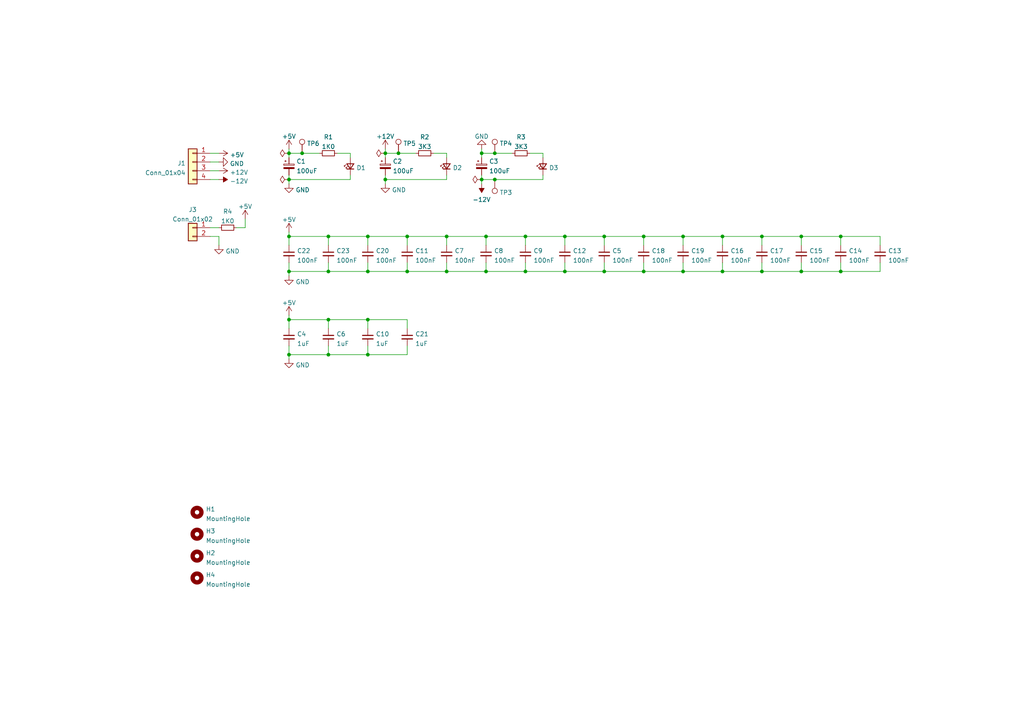
<source format=kicad_sch>
(kicad_sch (version 20211123) (generator eeschema)
  (paper "A4")
  (lib_symbols
    (symbol "Connector:TestPoint" (pin_numbers hide) (pin_names (offset 0.762) hide)
      (property "Reference" "TP" (at 0 6.858 0))
      (property "Value" "TestPoint" (at 0 5.08 0))
      (symbol "TestPoint_0_1"
        (circle (center 0 3.302) (radius 0.762))
      )
      (symbol "TestPoint_1_1"
        (pin passive line (at 0 0 90) (length 2.54) (name "1") (number "1"))
      )
    )
    (symbol "Connector_Generic:Conn_01x02" (pin_names (offset 1.016) hide)
      (property "Reference" "J" (at 0 2.54 0))
      (property "Value" "Conn_01x02" (at 0 -5.08 0))
      (symbol "Conn_01x02_1_1"
        (rectangle (start -1.27 -2.413) (end 0 -2.667) (stroke (width 0.1524)))
        (rectangle (start -1.27 0.127) (end 0 -0.127) (stroke (width 0.1524)))
        (rectangle (start -1.27 1.27) (end 1.27 -3.81) (stroke (width 0.254)) (fill (type background)))
        (pin passive line (at -5.08 0 0) (length 3.81) (name "Pin_1") (number "1"))
        (pin passive line (at -5.08 -2.54 0) (length 3.81) (name "Pin_2") (number "2"))
      )
    )
    (symbol "Connector_Generic:Conn_01x04" (pin_names (offset 1.016) hide)
      (property "Reference" "J" (at 0 5.08 0))
      (property "Value" "Conn_01x04" (at 0 -7.62 0))
      (symbol "Conn_01x04_1_1"
        (rectangle (start -1.27 -4.953) (end 0 -5.207) (stroke (width 0.1524)))
        (rectangle (start -1.27 -2.413) (end 0 -2.667) (stroke (width 0.1524)))
        (rectangle (start -1.27 0.127) (end 0 -0.127) (stroke (width 0.1524)))
        (rectangle (start -1.27 2.667) (end 0 2.413) (stroke (width 0.1524)))
        (rectangle (start -1.27 3.81) (end 1.27 -6.35) (stroke (width 0.254)) (fill (type background)))
        (pin passive line (at -5.08 2.54 0) (length 3.81) (name "Pin_1") (number "1"))
        (pin passive line (at -5.08 0 0) (length 3.81) (name "Pin_2") (number "2"))
        (pin passive line (at -5.08 -2.54 0) (length 3.81) (name "Pin_3") (number "3"))
        (pin passive line (at -5.08 -5.08 0) (length 3.81) (name "Pin_4") (number "4"))
      )
    )
    (symbol "Device:C_Polarized_Small" (pin_numbers hide) (pin_names (offset 0.254) hide)
      (property "Reference" "C" (at 0.254 1.778 0))
      (property "Value" "C_Polarized_Small" (at 0.254 -2.032 0))
      (symbol "C_Polarized_Small_0_1"
        (rectangle (start -1.524 -0.3048) (end 1.524 -0.6858) (fill (type outline)))
        (rectangle (start -1.524 0.6858) (end 1.524 0.3048))
        (polyline (pts (xy -1.27 1.524) (xy -0.762 1.524)))
        (polyline (pts (xy -1.016 1.27) (xy -1.016 1.778)))
      )
      (symbol "C_Polarized_Small_1_1"
        (pin passive line (at 0 2.54 270) (length 1.8542) (name "~") (number "1"))
        (pin passive line (at 0 -2.54 90) (length 1.8542) (name "~") (number "2"))
      )
    )
    (symbol "Device:C_Small" (pin_numbers hide) (pin_names (offset 0.254) hide)
      (property "Reference" "C" (at 0.254 1.778 0))
      (property "Value" "C_Small" (at 0.254 -2.032 0))
      (symbol "C_Small_0_1"
        (polyline (pts (xy -1.524 -0.508) (xy 1.524 -0.508)) (stroke (width 0.3302)))
        (polyline (pts (xy -1.524 0.508) (xy 1.524 0.508)) (stroke (width 0.3048)))
      )
      (symbol "C_Small_1_1"
        (pin passive line (at 0 2.54 270) (length 2.032) (name "~") (number "1"))
        (pin passive line (at 0 -2.54 90) (length 2.032) (name "~") (number "2"))
      )
    )
    (symbol "Device:LED_Small" (pin_numbers hide) (pin_names (offset 0.254) hide)
      (property "Reference" "D" (at -1.27 3.175 0))
      (property "Value" "LED_Small" (at -4.445 -2.54 0))
      (symbol "LED_Small_0_1"
        (polyline (pts (xy -0.762 -1.016) (xy -0.762 1.016)) (stroke (width 0.254)))
        (polyline (pts (xy 1.016 0) (xy -0.762 0)))
        (polyline (pts (xy 0.762 -1.016) (xy -0.762 0) (xy 0.762 1.016) (xy 0.762 -1.016)) (stroke (width 0.254)))
        (polyline (pts (xy 0 0.762) (xy -0.508 1.27) (xy -0.254 1.27) (xy -0.508 1.27) (xy -0.508 1.016)))
        (polyline (pts (xy 0.508 1.27) (xy 0 1.778) (xy 0.254 1.778) (xy 0 1.778) (xy 0 1.524)))
      )
      (symbol "LED_Small_1_1"
        (pin passive line (at -2.54 0 0) (length 1.778) (name "K") (number "1"))
        (pin passive line (at 2.54 0 180) (length 1.778) (name "A") (number "2"))
      )
    )
    (symbol "Device:R_Small" (pin_numbers hide) (pin_names (offset 0.254) hide)
      (property "Reference" "R" (at 0.762 0.508 0))
      (property "Value" "R_Small" (at 0.762 -1.016 0))
      (symbol "R_Small_0_1"
        (rectangle (start -0.762 1.778) (end 0.762 -1.778) (stroke (width 0.2032)))
      )
      (symbol "R_Small_1_1"
        (pin passive line (at 0 2.54 270) (length 0.762) (name "~") (number "1"))
        (pin passive line (at 0 -2.54 90) (length 0.762) (name "~") (number "2"))
      )
    )
    (symbol "Mechanical:MountingHole" (pin_names (offset 1.016))
      (property "Reference" "H" (at 0 5.08 0))
      (property "Value" "MountingHole" (at 0 3.175 0))
      (symbol "MountingHole_0_1"
        (circle (center 0 0) (radius 1.27) (stroke (width 1.27)))
      )
    )
    (symbol "power:+12V" (power) (pin_names (offset 0))
      (property "Value" "+12V" (at 0 3.556 0))
      (symbol "+12V_0_1"
        (polyline (pts (xy -0.762 1.27) (xy 0 2.54)))
        (polyline (pts (xy 0 0) (xy 0 2.54)))
        (polyline (pts (xy 0 2.54) (xy 0.762 1.27)))
      )
      (symbol "+12V_1_1"
        (pin power_in line (at 0 0 90) (length 0) hide (name "+12V") (number "1"))
      )
    )
    (symbol "power:+5V" (power) (pin_names (offset 0))
      (property "Value" "+5V" (at 0 3.556 0))
      (symbol "+5V_0_1"
        (polyline (pts (xy -0.762 1.27) (xy 0 2.54)))
        (polyline (pts (xy 0 0) (xy 0 2.54)))
        (polyline (pts (xy 0 2.54) (xy 0.762 1.27)))
      )
      (symbol "+5V_1_1"
        (pin power_in line (at 0 0 90) (length 0) hide (name "+5V") (number "1"))
      )
    )
    (symbol "power:-12V" (power) (pin_names (offset 0))
      (property "Value" "-12V" (at 0 3.81 0))
      (symbol "-12V_0_0"
        (pin power_in line (at 0 0 90) (length 0) hide (name "-12V") (number "1"))
      )
      (symbol "-12V_0_1"
        (polyline (pts (xy 0 0) (xy 0 1.27) (xy 0.762 1.27) (xy 0 2.54) (xy -0.762 1.27) (xy 0 1.27)) (fill (type outline)))
      )
    )
    (symbol "power:GND" (power) (pin_names (offset 0))
      (property "Value" "GND" (at 0 -3.81 0))
      (symbol "GND_0_1"
        (polyline (pts (xy 0 0) (xy 0 -1.27) (xy 1.27 -1.27) (xy 0 -2.54) (xy -1.27 -1.27) (xy 0 -1.27)))
      )
      (symbol "GND_1_1"
        (pin power_in line (at 0 0 270) (length 0) hide (name "GND") (number "1"))
      )
    )
    (symbol "power:PWR_FLAG" (power) (pin_numbers hide) (pin_names (offset 0) hide)
      (property "Value" "PWR_FLAG" (at 0 3.81 0))
      (symbol "PWR_FLAG_0_0"
        (pin power_out line (at 0 0 90) (length 0) (name "pwr") (number "1"))
      )
      (symbol "PWR_FLAG_0_1"
        (polyline (pts (xy 0 0) (xy 0 1.27) (xy -1.016 1.905) (xy 0 2.54) (xy 1.016 1.905) (xy 0 1.27)))
      )
    )
  )
  (junction (at 83.82 102.87))
  (junction (at 106.68 92.71))
  (junction (at 220.98 68.58))
  (junction (at 143.51 44.45))
  (junction (at 209.55 68.58))
  (junction (at 163.83 68.58))
  (junction (at 95.25 92.71))
  (junction (at 243.84 78.74))
  (junction (at 198.12 78.74))
  (junction (at 152.4 68.58))
  (junction (at 209.55 78.74))
  (junction (at 115.57 44.45))
  (junction (at 140.97 68.58))
  (junction (at 232.41 68.58))
  (junction (at 243.84 68.58))
  (junction (at 152.4 78.74))
  (junction (at 95.25 68.58))
  (junction (at 111.76 44.45))
  (junction (at 106.68 68.58))
  (junction (at 143.51 52.07))
  (junction (at 175.26 78.74))
  (junction (at 83.82 92.71))
  (junction (at 111.76 52.07))
  (junction (at 140.97 78.74))
  (junction (at 175.26 68.58))
  (junction (at 95.25 78.74))
  (junction (at 106.68 78.74))
  (junction (at 95.25 102.87))
  (junction (at 232.41 78.74))
  (junction (at 186.69 68.58))
  (junction (at 139.7 52.07))
  (junction (at 87.63 44.45))
  (junction (at 106.68 102.87))
  (junction (at 83.82 44.45))
  (junction (at 129.54 78.74))
  (junction (at 186.69 78.74))
  (junction (at 220.98 78.74))
  (junction (at 83.82 52.07))
  (junction (at 198.12 68.58))
  (junction (at 118.11 68.58))
  (junction (at 118.11 78.74))
  (junction (at 163.83 78.74))
  (junction (at 83.82 78.74))
  (junction (at 83.82 68.58))
  (junction (at 129.54 68.58))
  (junction (at 139.7 44.45))
  (wire (pts (xy 243.84 68.58) (xy 243.84 71.12)))
  (wire (pts (xy 220.98 68.58) (xy 232.41 68.58)))
  (wire (pts (xy 111.76 52.07) (xy 129.54 52.07)))
  (wire (pts (xy 232.41 78.74) (xy 243.84 78.74)))
  (wire (pts (xy 83.82 91.44) (xy 83.82 92.71)))
  (wire (pts (xy 220.98 78.74) (xy 232.41 78.74)))
  (wire (pts (xy 209.55 78.74) (xy 220.98 78.74)))
  (wire (pts (xy 140.97 78.74) (xy 129.54 78.74)))
  (wire (pts (xy 118.11 102.87) (xy 118.11 100.33)))
  (wire (pts (xy 143.51 52.07) (xy 157.48 52.07)))
  (wire (pts (xy 111.76 43.18) (xy 111.76 44.45)))
  (wire (pts (xy 83.82 102.87) (xy 83.82 104.14)))
  (wire (pts (xy 152.4 78.74) (xy 140.97 78.74)))
  (wire (pts (xy 129.54 44.45) (xy 129.54 45.72)))
  (wire (pts (xy 83.82 100.33) (xy 83.82 102.87)))
  (wire (pts (xy 68.58 66.04) (xy 71.12 66.04)))
  (wire (pts (xy 139.7 52.07) (xy 139.7 53.34)))
  (wire (pts (xy 83.82 76.2) (xy 83.82 78.74)))
  (wire (pts (xy 63.5 44.45) (xy 60.96 44.45)))
  (wire (pts (xy 163.83 68.58) (xy 163.83 71.12)))
  (wire (pts (xy 140.97 68.58) (xy 129.54 68.58)))
  (wire (pts (xy 106.68 76.2) (xy 106.68 78.74)))
  (wire (pts (xy 157.48 44.45) (xy 157.48 45.72)))
  (wire (pts (xy 95.25 102.87) (xy 95.25 100.33)))
  (wire (pts (xy 60.96 68.58) (xy 63.5 68.58)))
  (wire (pts (xy 255.27 68.58) (xy 255.27 71.12)))
  (wire (pts (xy 95.25 68.58) (xy 83.82 68.58)))
  (wire (pts (xy 63.5 52.07) (xy 60.96 52.07)))
  (wire (pts (xy 106.68 92.71) (xy 118.11 92.71)))
  (wire (pts (xy 139.7 43.18) (xy 139.7 44.45)))
  (wire (pts (xy 106.68 102.87) (xy 118.11 102.87)))
  (wire (pts (xy 83.82 78.74) (xy 83.82 80.01)))
  (wire (pts (xy 83.82 52.07) (xy 101.6 52.07)))
  (wire (pts (xy 198.12 76.2) (xy 198.12 78.74)))
  (wire (pts (xy 97.79 44.45) (xy 101.6 44.45)))
  (wire (pts (xy 163.83 78.74) (xy 152.4 78.74)))
  (wire (pts (xy 118.11 68.58) (xy 118.11 71.12)))
  (wire (pts (xy 95.25 92.71) (xy 95.25 95.25)))
  (wire (pts (xy 83.82 50.8) (xy 83.82 52.07)))
  (wire (pts (xy 139.7 50.8) (xy 139.7 52.07)))
  (wire (pts (xy 140.97 68.58) (xy 140.97 71.12)))
  (wire (pts (xy 243.84 76.2) (xy 243.84 78.74)))
  (wire (pts (xy 118.11 68.58) (xy 106.68 68.58)))
  (wire (pts (xy 63.5 49.53) (xy 60.96 49.53)))
  (wire (pts (xy 186.69 68.58) (xy 198.12 68.58)))
  (wire (pts (xy 95.25 102.87) (xy 106.68 102.87)))
  (wire (pts (xy 71.12 66.04) (xy 71.12 63.5)))
  (wire (pts (xy 255.27 76.2) (xy 255.27 78.74)))
  (wire (pts (xy 101.6 52.07) (xy 101.6 50.8)))
  (wire (pts (xy 186.69 78.74) (xy 198.12 78.74)))
  (wire (pts (xy 129.54 52.07) (xy 129.54 50.8)))
  (wire (pts (xy 143.51 44.45) (xy 148.59 44.45)))
  (wire (pts (xy 152.4 68.58) (xy 140.97 68.58)))
  (wire (pts (xy 139.7 52.07) (xy 143.51 52.07)))
  (wire (pts (xy 87.63 44.45) (xy 92.71 44.45)))
  (wire (pts (xy 111.76 44.45) (xy 115.57 44.45)))
  (wire (pts (xy 129.54 76.2) (xy 129.54 78.74)))
  (wire (pts (xy 220.98 68.58) (xy 220.98 71.12)))
  (wire (pts (xy 163.83 76.2) (xy 163.83 78.74)))
  (wire (pts (xy 83.82 68.58) (xy 83.82 71.12)))
  (wire (pts (xy 83.82 102.87) (xy 95.25 102.87)))
  (wire (pts (xy 111.76 50.8) (xy 111.76 52.07)))
  (wire (pts (xy 140.97 76.2) (xy 140.97 78.74)))
  (wire (pts (xy 129.54 68.58) (xy 129.54 71.12)))
  (wire (pts (xy 139.7 44.45) (xy 143.51 44.45)))
  (wire (pts (xy 106.68 92.71) (xy 106.68 95.25)))
  (wire (pts (xy 129.54 78.74) (xy 118.11 78.74)))
  (wire (pts (xy 186.69 68.58) (xy 175.26 68.58)))
  (wire (pts (xy 139.7 44.45) (xy 139.7 45.72)))
  (wire (pts (xy 152.4 76.2) (xy 152.4 78.74)))
  (wire (pts (xy 115.57 44.45) (xy 120.65 44.45)))
  (wire (pts (xy 83.82 67.31) (xy 83.82 68.58)))
  (wire (pts (xy 157.48 52.07) (xy 157.48 50.8)))
  (wire (pts (xy 63.5 46.99) (xy 60.96 46.99)))
  (wire (pts (xy 83.82 92.71) (xy 83.82 95.25)))
  (wire (pts (xy 232.41 68.58) (xy 243.84 68.58)))
  (wire (pts (xy 186.69 76.2) (xy 186.69 78.74)))
  (wire (pts (xy 209.55 68.58) (xy 220.98 68.58)))
  (wire (pts (xy 243.84 68.58) (xy 255.27 68.58)))
  (wire (pts (xy 83.82 43.18) (xy 83.82 44.45)))
  (wire (pts (xy 175.26 78.74) (xy 163.83 78.74)))
  (wire (pts (xy 118.11 78.74) (xy 106.68 78.74)))
  (wire (pts (xy 95.25 78.74) (xy 83.82 78.74)))
  (wire (pts (xy 152.4 68.58) (xy 152.4 71.12)))
  (wire (pts (xy 111.76 52.07) (xy 111.76 53.34)))
  (wire (pts (xy 175.26 68.58) (xy 175.26 71.12)))
  (wire (pts (xy 232.41 68.58) (xy 232.41 71.12)))
  (wire (pts (xy 83.82 92.71) (xy 95.25 92.71)))
  (wire (pts (xy 198.12 78.74) (xy 209.55 78.74)))
  (wire (pts (xy 209.55 68.58) (xy 209.55 71.12)))
  (wire (pts (xy 118.11 76.2) (xy 118.11 78.74)))
  (wire (pts (xy 175.26 76.2) (xy 175.26 78.74)))
  (wire (pts (xy 60.96 66.04) (xy 63.5 66.04)))
  (wire (pts (xy 106.68 78.74) (xy 95.25 78.74)))
  (wire (pts (xy 106.68 102.87) (xy 106.68 100.33)))
  (wire (pts (xy 63.5 68.58) (xy 63.5 71.12)))
  (wire (pts (xy 106.68 68.58) (xy 95.25 68.58)))
  (wire (pts (xy 198.12 68.58) (xy 198.12 71.12)))
  (wire (pts (xy 220.98 76.2) (xy 220.98 78.74)))
  (wire (pts (xy 232.41 76.2) (xy 232.41 78.74)))
  (wire (pts (xy 95.25 68.58) (xy 95.25 71.12)))
  (wire (pts (xy 101.6 45.72) (xy 101.6 44.45)))
  (wire (pts (xy 95.25 76.2) (xy 95.25 78.74)))
  (wire (pts (xy 186.69 71.12) (xy 186.69 68.58)))
  (wire (pts (xy 83.82 44.45) (xy 87.63 44.45)))
  (wire (pts (xy 129.54 68.58) (xy 118.11 68.58)))
  (wire (pts (xy 209.55 76.2) (xy 209.55 78.74)))
  (wire (pts (xy 83.82 52.07) (xy 83.82 53.34)))
  (wire (pts (xy 153.67 44.45) (xy 157.48 44.45)))
  (wire (pts (xy 111.76 44.45) (xy 111.76 45.72)))
  (wire (pts (xy 125.73 44.45) (xy 129.54 44.45)))
  (wire (pts (xy 95.25 92.71) (xy 106.68 92.71)))
  (wire (pts (xy 163.83 68.58) (xy 152.4 68.58)))
  (wire (pts (xy 83.82 44.45) (xy 83.82 45.72)))
  (wire (pts (xy 198.12 68.58) (xy 209.55 68.58)))
  (wire (pts (xy 243.84 78.74) (xy 255.27 78.74)))
  (wire (pts (xy 175.26 68.58) (xy 163.83 68.58)))
  (wire (pts (xy 118.11 92.71) (xy 118.11 95.25)))
  (wire (pts (xy 106.68 68.58) (xy 106.68 71.12)))
  (wire (pts (xy 186.69 78.74) (xy 175.26 78.74)))
  (symbol (lib_id "Device:C_Small") (at 106.68 73.66 0) (unit 1)
    (property "Reference" "C20" (at 109.0041 72.7578 0) (effects (justify left)))
    (property "Value" "100nF" (at 109.0041 75.5329 0) (effects (justify left)))
    (property "Footprint" "Capacitor_SMD:C_0805_2012Metric" (effects hide))
  )
  (symbol (lib_id "power:GND") (at 83.82 53.34 0) (mirror y) (unit 1)
    (property "Reference" "#PWR033" (effects hide))
    (property "Value" "GND" (at 85.725 55.089 0) (effects (justify right)))
  )
  (symbol (lib_id "Device:C_Small") (at 209.55 73.66 0) (unit 1)
    (property "Reference" "C16" (at 211.8741 72.7578 0) (effects (justify left)))
    (property "Value" "100nF" (at 211.8741 75.5329 0) (effects (justify left)))
    (property "Footprint" "Capacitor_SMD:C_0805_2012Metric" (effects hide))
  )
  (symbol (lib_id "Device:C_Small") (at 220.98 73.66 0) (unit 1)
    (property "Reference" "C17" (at 223.3041 72.7578 0) (effects (justify left)))
    (property "Value" "100nF" (at 223.3041 75.5329 0) (effects (justify left)))
    (property "Footprint" "Capacitor_SMD:C_0805_2012Metric" (effects hide))
  )
  (symbol (lib_id "power:-12V") (at 139.7 53.34 0) (mirror x) (unit 1)
    (property "Reference" "#PWR038" (effects hide))
    (property "Value" "-12V" (at 139.7 57.9025 0))
  )
  (symbol (lib_id "power:PWR_FLAG") (at 83.82 52.07 90) (unit 1)
    (property "Reference" "#FLG02" (effects hide))
    (property "Value" "PWR_FLAG" (effects hide))
  )
  (symbol (lib_id "power:+5V") (at 83.82 91.44 0) (mirror y) (unit 1)
    (property "Reference" "#PWR045" (effects hide))
    (property "Value" "+5V" (at 83.82 87.8355 0))
  )
  (symbol (lib_id "Device:C_Small") (at 129.54 73.66 0) (unit 1)
    (property "Reference" "C7" (at 131.8641 72.7578 0) (effects (justify left)))
    (property "Value" "100nF" (at 131.8641 75.5329 0) (effects (justify left)))
    (property "Footprint" "Capacitor_SMD:C_0805_2012Metric" (effects hide))
  )
  (symbol (lib_id "power:PWR_FLAG") (at 111.76 44.45 90) (unit 1)
    (property "Reference" "#FLG03" (effects hide))
    (property "Value" "PWR_FLAG" (effects hide))
  )
  (symbol (lib_id "Device:C_Small") (at 198.12 73.66 0) (unit 1)
    (property "Reference" "C19" (at 200.4441 72.7578 0) (effects (justify left)))
    (property "Value" "100nF" (at 200.4441 75.5329 0) (effects (justify left)))
    (property "Footprint" "Capacitor_SMD:C_0805_2012Metric" (effects hide))
  )
  (symbol (lib_id "Device:C_Small") (at 255.27 73.66 0) (unit 1)
    (property "Reference" "C13" (at 257.5941 72.7578 0) (effects (justify left)))
    (property "Value" "100nF" (at 257.5941 75.5329 0) (effects (justify left)))
    (property "Footprint" "Capacitor_SMD:C_0805_2012Metric" (effects hide))
  )
  (symbol (lib_id "Device:R_Small") (at 66.04 66.04 90) (unit 1)
    (property "Reference" "R4" (at 66.04 61.3369 90))
    (property "Value" "1K0" (at 66.04 64.112 90))
    (property "Footprint" "Resistor_SMD:R_0805_2012Metric" (effects hide))
  )
  (symbol (lib_id "Device:C_Small") (at 95.25 97.79 0) (unit 1)
    (property "Reference" "C6" (at 97.5741 96.8878 0) (effects (justify left)))
    (property "Value" "1uF" (at 97.5741 99.6629 0) (effects (justify left)))
    (property "Footprint" "Capacitor_SMD:C_0805_2012Metric" (effects hide))
  )
  (symbol (lib_id "Device:C_Polarized_Small") (at 139.7 48.26 0) (unit 1)
    (property "Reference" "C3" (at 141.859 46.8054 0) (effects (justify left)))
    (property "Value" "100uF" (at 141.859 49.5805 0) (effects (justify left)))
    (property "Footprint" "Capacitor_SMD:CP_Elec_6.3x7.7" (effects hide))
  )
  (symbol (lib_id "Device:C_Small") (at 152.4 73.66 0) (unit 1)
    (property "Reference" "C9" (at 154.7241 72.7578 0) (effects (justify left)))
    (property "Value" "100nF" (at 154.7241 75.5329 0) (effects (justify left)))
    (property "Footprint" "Capacitor_SMD:C_0805_2012Metric" (effects hide))
  )
  (symbol (lib_id "Mechanical:MountingHole") (at 57.15 154.94 0) (unit 1)
    (property "Reference" "H3" (at 59.69 154.0315 0) (effects (justify left)))
    (property "Value" "MountingHole" (at 59.69 156.8066 0) (effects (justify left)))
    (property "Footprint" "MountingHole:MountingHole_3.2mm_M3" (effects hide))
  )
  (symbol (lib_id "power:GND") (at 63.5 46.99 90) (mirror x) (unit 1)
    (property "Reference" "#PWR029" (effects hide))
    (property "Value" "GND" (at 66.6749 47.469 90) (effects (justify right)))
  )
  (symbol (lib_id "power:+5V") (at 83.82 43.18 0) (mirror y) (unit 1)
    (property "Reference" "#PWR032" (effects hide))
    (property "Value" "+5V" (at 83.82 39.5755 0))
  )
  (symbol (lib_id "Device:LED_Small") (at 157.48 48.26 90) (unit 1)
    (property "Reference" "D3" (at 159.258 48.6755 90) (effects (justify right)))
    (property "Value" "LED" (effects hide))
    (property "Footprint" "LED_SMD:LED_0805_2012Metric" (effects hide))
  )
  (symbol (lib_id "power:+5V") (at 83.82 67.31 0) (mirror y) (unit 1)
    (property "Reference" "#PWR034" (effects hide))
    (property "Value" "+5V" (at 83.82 63.7055 0))
  )
  (symbol (lib_id "Device:C_Polarized_Small") (at 83.82 48.26 0) (unit 1)
    (property "Reference" "C1" (at 85.979 46.8054 0) (effects (justify left)))
    (property "Value" "100uF" (at 85.979 49.5805 0) (effects (justify left)))
    (property "Footprint" "Capacitor_SMD:CP_Elec_6.3x7.7" (effects hide))
  )
  (symbol (lib_id "Device:C_Small") (at 175.26 73.66 0) (unit 1)
    (property "Reference" "C5" (at 177.5841 72.7578 0) (effects (justify left)))
    (property "Value" "100nF" (at 177.5841 75.5329 0) (effects (justify left)))
    (property "Footprint" "Capacitor_SMD:C_0805_2012Metric" (effects hide))
  )
  (symbol (lib_id "Mechanical:MountingHole") (at 57.15 161.29 0) (unit 1)
    (property "Reference" "H2" (at 59.69 160.3815 0) (effects (justify left)))
    (property "Value" "MountingHole" (at 59.69 163.1566 0) (effects (justify left)))
    (property "Footprint" "MountingHole:MountingHole_3.2mm_M3" (effects hide))
  )
  (symbol (lib_id "Connector:TestPoint") (at 115.57 44.45 0) (unit 1)
    (property "Reference" "TP5" (at 116.967 41.627 0) (effects (justify left)))
    (property "Value" "TestPoint" (effects hide))
    (property "Footprint" "TestPoint:TestPoint_THTPad_D1.5mm_Drill0.7mm" (effects hide))
  )
  (symbol (lib_id "power:+12V") (at 63.5 49.53 270) (mirror x) (unit 1)
    (property "Reference" "#PWR030" (effects hide))
    (property "Value" "+12V" (at 66.675 50.009 90) (effects (justify left)))
  )
  (symbol (lib_id "Device:C_Small") (at 118.11 73.66 0) (unit 1)
    (property "Reference" "C11" (at 120.4341 72.7578 0) (effects (justify left)))
    (property "Value" "100nF" (at 120.4341 75.5329 0) (effects (justify left)))
    (property "Footprint" "Capacitor_SMD:C_0805_2012Metric" (effects hide))
  )
  (symbol (lib_id "power:PWR_FLAG") (at 139.7 52.07 90) (unit 1)
    (property "Reference" "#FLG04" (effects hide))
    (property "Value" "PWR_FLAG" (effects hide))
  )
  (symbol (lib_id "Device:C_Small") (at 243.84 73.66 0) (unit 1)
    (property "Reference" "C14" (at 246.1641 72.7578 0) (effects (justify left)))
    (property "Value" "100nF" (at 246.1641 75.5329 0) (effects (justify left)))
    (property "Footprint" "Capacitor_SMD:C_0805_2012Metric" (effects hide))
  )
  (symbol (lib_id "Connector_Generic:Conn_01x02") (at 55.88 66.04 0) (mirror y) (unit 1)
    (property "Reference" "J3" (at 55.88 60.8035 0))
    (property "Value" "Conn_01x02" (at 55.88 63.5786 0))
    (property "Footprint" "Connector_PinHeader_2.54mm:PinHeader_1x02_P2.54mm_Vertical" (effects hide))
  )
  (symbol (lib_id "Connector_Generic:Conn_01x04") (at 55.88 46.99 0) (mirror y) (unit 1)
    (property "Reference" "J1" (at 53.848 47.3515 0) (effects (justify left)))
    (property "Value" "Conn_01x04" (at 53.848 50.1266 0) (effects (justify left)))
    (property "Footprint" "Connector_Molex:Molex_Micro-Fit_3.0_43045-0400_2x02_P3.00mm_Horizontal" (effects hide))
  )
  (symbol (lib_id "Connector:TestPoint") (at 87.63 44.45 0) (unit 1)
    (property "Reference" "TP6" (at 89.027 41.627 0) (effects (justify left)))
    (property "Value" "TestPoint" (effects hide))
    (property "Footprint" "TestPoint:TestPoint_THTPad_D1.5mm_Drill0.7mm" (effects hide))
  )
  (symbol (lib_id "Device:C_Small") (at 118.11 97.79 0) (unit 1)
    (property "Reference" "C21" (at 120.4341 96.8878 0) (effects (justify left)))
    (property "Value" "1uF" (at 120.4341 99.6629 0) (effects (justify left)))
    (property "Footprint" "Capacitor_SMD:C_0805_2012Metric" (effects hide))
  )
  (symbol (lib_id "power:PWR_FLAG") (at 83.82 44.45 90) (unit 1)
    (property "Reference" "#FLG01" (effects hide))
    (property "Value" "PWR_FLAG" (effects hide))
  )
  (symbol (lib_id "Device:C_Small") (at 83.82 97.79 0) (unit 1)
    (property "Reference" "C4" (at 86.1441 96.8878 0) (effects (justify left)))
    (property "Value" "1uF" (at 86.1441 99.6629 0) (effects (justify left)))
    (property "Footprint" "Capacitor_SMD:C_0805_2012Metric" (effects hide))
  )
  (symbol (lib_id "Device:R_Small") (at 95.25 44.45 90) (unit 1)
    (property "Reference" "R1" (at 95.25 39.7469 90))
    (property "Value" "1K0" (at 95.25 42.522 90))
    (property "Footprint" "Resistor_SMD:R_0805_2012Metric" (effects hide))
  )
  (symbol (lib_id "power:GND") (at 63.5 71.12 0) (mirror y) (unit 1)
    (property "Reference" "#PWR0112" (effects hide))
    (property "Value" "GND" (at 65.405 72.869 0) (effects (justify right)))
  )
  (symbol (lib_id "Device:R_Small") (at 151.13 44.45 90) (unit 1)
    (property "Reference" "R3" (at 151.13 39.7469 90))
    (property "Value" "3K3" (at 151.13 42.522 90))
    (property "Footprint" "Resistor_SMD:R_0805_2012Metric" (effects hide))
  )
  (symbol (lib_id "Device:C_Small") (at 140.97 73.66 0) (unit 1)
    (property "Reference" "C8" (at 143.2941 72.7578 0) (effects (justify left)))
    (property "Value" "100nF" (at 143.2941 75.5329 0) (effects (justify left)))
    (property "Footprint" "Capacitor_SMD:C_0805_2012Metric" (effects hide))
  )
  (symbol (lib_id "Device:C_Small") (at 95.25 73.66 0) (unit 1)
    (property "Reference" "C23" (at 97.5741 72.7578 0) (effects (justify left)))
    (property "Value" "100nF" (at 97.5741 75.5329 0) (effects (justify left)))
    (property "Footprint" "Capacitor_SMD:C_0805_2012Metric" (effects hide))
  )
  (symbol (lib_id "power:+5V") (at 63.5 44.45 270) (mirror x) (unit 1)
    (property "Reference" "#PWR028" (effects hide))
    (property "Value" "+5V" (at 66.6749 44.929 90) (effects (justify left)))
  )
  (symbol (lib_id "Device:C_Small") (at 232.41 73.66 0) (unit 1)
    (property "Reference" "C15" (at 234.7341 72.7578 0) (effects (justify left)))
    (property "Value" "100nF" (at 234.7341 75.5329 0) (effects (justify left)))
    (property "Footprint" "Capacitor_SMD:C_0805_2012Metric" (effects hide))
  )
  (symbol (lib_id "Mechanical:MountingHole") (at 57.15 148.59 0) (unit 1)
    (property "Reference" "H1" (at 59.69 147.6815 0) (effects (justify left)))
    (property "Value" "MountingHole" (at 59.69 150.4566 0) (effects (justify left)))
    (property "Footprint" "MountingHole:MountingHole_3.2mm_M3" (effects hide))
  )
  (symbol (lib_id "Device:C_Small") (at 83.82 73.66 0) (unit 1)
    (property "Reference" "C22" (at 86.1441 72.7578 0) (effects (justify left)))
    (property "Value" "100nF" (at 86.1441 75.5329 0) (effects (justify left)))
    (property "Footprint" "Capacitor_SMD:C_0805_2012Metric" (effects hide))
  )
  (symbol (lib_id "power:+12V") (at 111.76 43.18 0) (mirror y) (unit 1)
    (property "Reference" "#PWR036" (effects hide))
    (property "Value" "+12V" (at 111.76 39.5755 0))
  )
  (symbol (lib_id "power:GND") (at 83.82 80.01 0) (mirror y) (unit 1)
    (property "Reference" "#PWR035" (effects hide))
    (property "Value" "GND" (at 85.725 81.759 0) (effects (justify right)))
  )
  (symbol (lib_id "Device:C_Small") (at 106.68 97.79 0) (unit 1)
    (property "Reference" "C10" (at 109.0041 96.8878 0) (effects (justify left)))
    (property "Value" "1uF" (at 109.0041 99.6629 0) (effects (justify left)))
    (property "Footprint" "Capacitor_SMD:C_0805_2012Metric" (effects hide))
  )
  (symbol (lib_id "Connector:TestPoint") (at 143.51 52.07 180) (unit 1)
    (property "Reference" "TP3" (at 144.907 55.851 0) (effects (justify right)))
    (property "Value" "TestPoint" (effects hide))
    (property "Footprint" "TestPoint:TestPoint_THTPad_D1.5mm_Drill0.7mm" (effects hide))
  )
  (symbol (lib_id "Device:C_Small") (at 163.83 73.66 0) (unit 1)
    (property "Reference" "C12" (at 166.1541 72.7578 0) (effects (justify left)))
    (property "Value" "100nF" (at 166.1541 75.5329 0) (effects (justify left)))
    (property "Footprint" "Capacitor_SMD:C_0805_2012Metric" (effects hide))
  )
  (symbol (lib_id "power:GND") (at 83.82 104.14 0) (mirror y) (unit 1)
    (property "Reference" "#PWR046" (effects hide))
    (property "Value" "GND" (at 85.725 105.889 0) (effects (justify right)))
  )
  (symbol (lib_id "power:-12V") (at 63.5 52.07 270) (mirror x) (unit 1)
    (property "Reference" "#PWR031" (effects hide))
    (property "Value" "-12V" (at 66.675 52.549 90) (effects (justify left)))
  )
  (symbol (lib_id "Device:C_Polarized_Small") (at 111.76 48.26 0) (unit 1)
    (property "Reference" "C2" (at 113.919 46.8054 0) (effects (justify left)))
    (property "Value" "100uF" (at 113.919 49.5805 0) (effects (justify left)))
    (property "Footprint" "Capacitor_SMD:CP_Elec_6.3x7.7" (effects hide))
  )
  (symbol (lib_id "Device:LED_Small") (at 101.6 48.26 90) (unit 1)
    (property "Reference" "D1" (at 103.378 48.6755 90) (effects (justify right)))
    (property "Value" "LED" (effects hide))
    (property "Footprint" "LED_SMD:LED_0805_2012Metric" (effects hide))
  )
  (symbol (lib_id "power:GND") (at 139.7 43.18 0) (mirror x) (unit 1)
    (property "Reference" "#PWR039" (effects hide))
    (property "Value" "GND" (at 139.7 39.5755 0))
  )
  (symbol (lib_id "power:+5V") (at 71.12 63.5 0) (mirror y) (unit 1)
    (property "Reference" "#PWR0111" (effects hide))
    (property "Value" "+5V" (at 71.12 59.8955 0))
  )
  (symbol (lib_id "power:GND") (at 111.76 53.34 0) (mirror y) (unit 1)
    (property "Reference" "#PWR037" (effects hide))
    (property "Value" "GND" (at 113.665 55.089 0) (effects (justify right)))
  )
  (symbol (lib_id "Connector:TestPoint") (at 143.51 44.45 0) (unit 1)
    (property "Reference" "TP4" (at 144.907 41.627 0) (effects (justify left)))
    (property "Value" "TestPoint" (effects hide))
    (property "Footprint" "TestPoint:TestPoint_THTPad_D1.5mm_Drill0.7mm" (effects hide))
  )
  (symbol (lib_id "Mechanical:MountingHole") (at 57.15 167.64 0) (unit 1)
    (property "Reference" "H4" (at 59.69 166.7315 0) (effects (justify left)))
    (property "Value" "MountingHole" (at 59.69 169.5066 0) (effects (justify left)))
    (property "Footprint" "MountingHole:MountingHole_3.2mm_M3" (effects hide))
  )
  (symbol (lib_id "Device:LED_Small") (at 129.54 48.26 90) (unit 1)
    (property "Reference" "D2" (at 131.318 48.6755 90) (effects (justify right)))
    (property "Value" "LED" (effects hide))
    (property "Footprint" "LED_SMD:LED_0805_2012Metric" (effects hide))
  )
  (symbol (lib_id "Device:R_Small") (at 123.19 44.45 90) (unit 1)
    (property "Reference" "R2" (at 123.19 39.7469 90))
    (property "Value" "3K3" (at 123.19 42.522 90))
    (property "Footprint" "Resistor_SMD:R_0805_2012Metric" (effects hide))
  )
  (symbol (lib_id "Device:C_Small") (at 186.69 73.66 0) (unit 1)
    (property "Reference" "C18" (at 189.0141 72.7578 0) (effects (justify left)))
    (property "Value" "100nF" (at 189.0141 75.5329 0) (effects (justify left)))
    (property "Footprint" "Capacitor_SMD:C_0805_2012Metric" (effects hide))
  )
)
</source>
